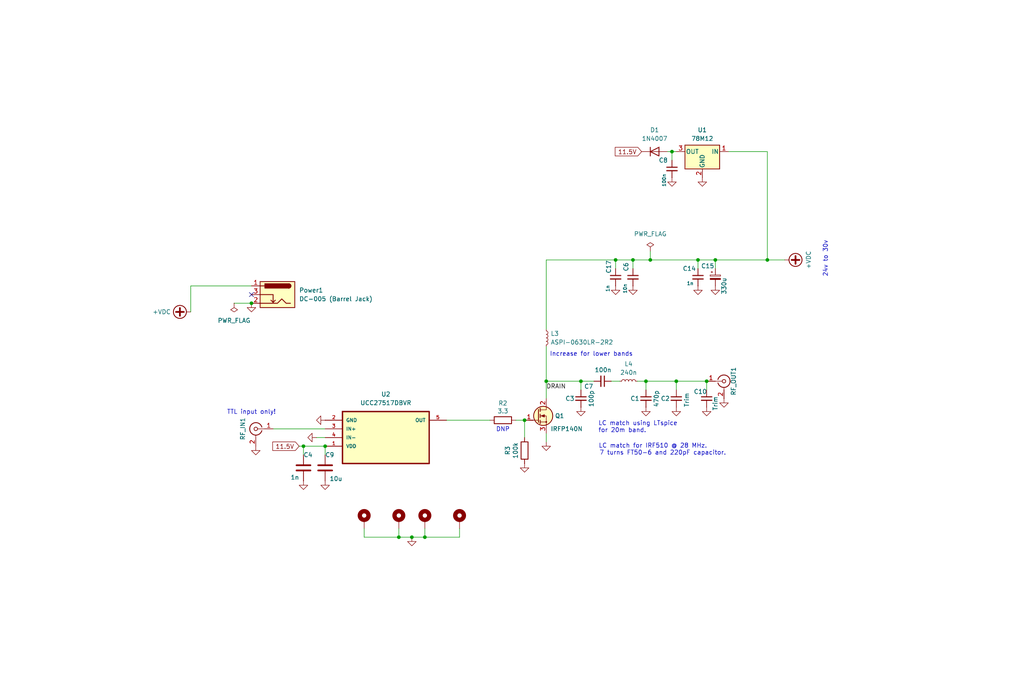
<source format=kicad_sch>
(kicad_sch (version 20231120) (generator "eeschema") (generator_version "8.0")
  (paper "User" 299.999 200)
  (title_block (title "IRFP-TO-247-Single-Ended Hack Amp") (date "2024-02-23") (company "Author: Dhiru Kholia (VU3CER), Rafał Rozestwiński"))
  (lib_symbols
    (symbol "Conn_Coaxial_1" (pin_names (offset 1.016) hide)
      (property "Reference" "J" (at 0.254 3.048 0))
      (property "Value" "Conn_Coaxial" (at 2.921 0 90))
      (symbol "Conn_Coaxial_1_0_1"
        (arc (start -1.778 -0.508) (mid 0.2311 -1.8066) (end 1.778 0) (stroke (width 0.254)))
        (polyline (pts (xy -2.54 0) (xy -0.508 0)))
        (polyline (pts (xy 0 -2.54) (xy 0 -1.778)))
        (circle (center 0 0) (radius 0.508) (stroke (width 0.2032)))
        (arc (start 1.778 0) (mid 0.2099 1.8101) (end -1.778 0.508) (stroke (width 0.254)))
      )
      (symbol "Conn_Coaxial_1_1_1"
        (pin passive line (at -5.08 0 0) (length 2.54) (name "In") (number "1"))
        (pin passive line (at 0 -5.08 90) (length 2.54) (name "Ext") (number "2"))
      )
    )
    (symbol "Connector:Barrel_Jack_Switch" (pin_names hide)
      (property "Reference" "J" (at 0 5.334 0))
      (property "Value" "Barrel_Jack_Switch" (at 0 -5.08 0))
      (symbol "Barrel_Jack_Switch_0_1"
        (rectangle (start -5.08 3.81) (end 5.08 -3.81) (stroke (width 0.254)) (fill (type background)))
        (arc (start -3.302 3.175) (mid -3.9343 2.54) (end -3.302 1.905) (stroke (width 0.254)))
        (arc (start -3.302 3.175) (mid -3.9343 2.54) (end -3.302 1.905) (stroke (width 0.254)) (fill (type outline)))
        (polyline (pts (xy 1.27 -2.286) (xy 1.905 -1.651)) (stroke (width 0.254)))
        (polyline (pts (xy 5.08 2.54) (xy 3.81 2.54)) (stroke (width 0.254)))
        (polyline (pts (xy 5.08 0) (xy 1.27 0) (xy 1.27 -2.286) (xy 0.635 -1.651)) (stroke (width 0.254)))
        (polyline (pts (xy -3.81 -2.54) (xy -2.54 -2.54) (xy -1.27 -1.27) (xy 0 -2.54) (xy 2.54 -2.54) (xy 5.08 -2.54)) (stroke (width 0.254)))
        (rectangle (start 3.683 3.175) (end -3.302 1.905) (stroke (width 0.254)) (fill (type outline)))
      )
      (symbol "Barrel_Jack_Switch_1_1"
        (pin passive line (at 7.62 2.54 180) (length 2.54) (name "~") (number "1"))
        (pin passive line (at 7.62 -2.54 180) (length 2.54) (name "~") (number "2"))
        (pin passive line (at 7.62 0 180) (length 2.54) (name "~") (number "3"))
      )
    )
    (symbol "Connector:Conn_Coaxial" (pin_names (offset 1.016) hide)
      (property "Reference" "J" (at 0.254 3.048 0))
      (property "Value" "Conn_Coaxial" (at 2.921 0 90))
      (symbol "Conn_Coaxial_0_1"
        (arc (start -1.778 -0.508) (mid 0.2311 -1.8066) (end 1.778 0) (stroke (width 0.254)))
        (polyline (pts (xy -2.54 0) (xy -0.508 0)))
        (polyline (pts (xy 0 -2.54) (xy 0 -1.778)))
        (circle (center 0 0) (radius 0.508) (stroke (width 0.2032)))
        (arc (start 1.778 0) (mid 0.2099 1.8101) (end -1.778 0.508) (stroke (width 0.254)))
      )
      (symbol "Conn_Coaxial_1_1"
        (pin passive line (at -5.08 0 0) (length 2.54) (name "In") (number "1"))
        (pin passive line (at 0 -5.08 90) (length 2.54) (name "Ext") (number "2"))
      )
    )
    (symbol "Device:C" (pin_numbers hide) (pin_names (offset 0.254))
      (property "Reference" "C" (at 0.635 2.54 0))
      (property "Value" "C" (at 0.635 -2.54 0))
      (symbol "C_0_1"
        (polyline (pts (xy -2.032 -0.762) (xy 2.032 -0.762)) (stroke (width 0.508)))
        (polyline (pts (xy -2.032 0.762) (xy 2.032 0.762)) (stroke (width 0.508)))
      )
      (symbol "C_1_1"
        (pin passive line (at 0 3.81 270) (length 2.794) (name "~") (number "1"))
        (pin passive line (at 0 -3.81 90) (length 2.794) (name "~") (number "2"))
      )
    )
    (symbol "Device:C_Polarized_Small" (pin_numbers hide) (pin_names (offset 0.254) hide)
      (property "Reference" "C" (at 0.254 1.778 0))
      (property "Value" "C_Polarized_Small" (at 0.254 -2.032 0))
      (symbol "C_Polarized_Small_0_1"
        (rectangle (start -1.524 -0.3048) (end 1.524 -0.6858) (fill (type outline)))
        (rectangle (start -1.524 0.6858) (end 1.524 0.3048))
        (polyline (pts (xy -1.27 1.524) (xy -0.762 1.524)))
        (polyline (pts (xy -1.016 1.27) (xy -1.016 1.778)))
      )
      (symbol "C_Polarized_Small_1_1"
        (pin passive line (at 0 2.54 270) (length 1.8542) (name "~") (number "1"))
        (pin passive line (at 0 -2.54 90) (length 1.8542) (name "~") (number "2"))
      )
    )
    (symbol "Device:C_Small" (pin_numbers hide) (pin_names (offset 0.254) hide)
      (property "Reference" "C" (at 0.254 1.778 0))
      (property "Value" "C_Small" (at 0.254 -2.032 0))
      (symbol "C_Small_0_1"
        (polyline (pts (xy -1.524 -0.508) (xy 1.524 -0.508)) (stroke (width 0.3302)))
        (polyline (pts (xy -1.524 0.508) (xy 1.524 0.508)) (stroke (width 0.3048)))
      )
      (symbol "C_Small_1_1"
        (pin passive line (at 0 2.54 270) (length 2.032) (name "~") (number "1"))
        (pin passive line (at 0 -2.54 90) (length 2.032) (name "~") (number "2"))
      )
    )
    (symbol "Device:L_Small" (pin_numbers hide) (pin_names (offset 0.254) hide)
      (property "Reference" "L" (at 0.762 1.016 0))
      (property "Value" "L_Small" (at 0.762 -1.016 0))
      (symbol "L_Small_0_1"
        (arc (start 0 -2.032) (mid 0.5058 -1.524) (end 0 -1.016))
        (arc (start 0 -1.016) (mid 0.5058 -0.508) (end 0 0))
        (arc (start 0 0) (mid 0.5058 0.508) (end 0 1.016))
        (arc (start 0 1.016) (mid 0.5058 1.524) (end 0 2.032))
      )
      (symbol "L_Small_1_1"
        (pin passive line (at 0 2.54 270) (length 0.508) (name "~") (number "1"))
        (pin passive line (at 0 -2.54 90) (length 0.508) (name "~") (number "2"))
      )
    )
    (symbol "Device:R" (pin_numbers hide) (pin_names (offset 0))
      (property "Reference" "R" (at 2.032 0 90))
      (property "Value" "R" (at 0 0 90))
      (symbol "R_0_1"
        (rectangle (start -1.016 -2.54) (end 1.016 2.54) (stroke (width 0.254)))
      )
      (symbol "R_1_1"
        (pin passive line (at 0 3.81 270) (length 1.27) (name "~") (number "1"))
        (pin passive line (at 0 -3.81 90) (length 1.27) (name "~") (number "2"))
      )
    )
    (symbol "Diode:1N4007" (pin_numbers hide) (pin_names hide)
      (property "Reference" "D" (at 0 2.54 0))
      (property "Value" "1N4007" (at 0 -2.54 0))
      (symbol "1N4007_0_1"
        (polyline (pts (xy -1.27 1.27) (xy -1.27 -1.27)) (stroke (width 0.254)))
        (polyline (pts (xy 1.27 0) (xy -1.27 0)))
        (polyline (pts (xy 1.27 1.27) (xy 1.27 -1.27) (xy -1.27 0) (xy 1.27 1.27)) (stroke (width 0.254)))
      )
      (symbol "1N4007_1_1"
        (pin passive line (at -3.81 0 0) (length 2.54) (name "K") (number "1"))
        (pin passive line (at 3.81 0 180) (length 2.54) (name "A") (number "2"))
      )
    )
    (symbol "Mechanical:MountingHole_Pad" (pin_numbers hide) (pin_names (offset 1.016) hide)
      (property "Reference" "H" (at 0 6.35 0))
      (property "Value" "MountingHole_Pad" (at 0 4.445 0))
      (symbol "MountingHole_Pad_0_1"
        (circle (center 0 1.27) (radius 1.27) (stroke (width 1.27)))
      )
      (symbol "MountingHole_Pad_1_1"
        (pin input line (at 0 -2.54 90) (length 2.54) (name "1") (number "1"))
      )
    )
    (symbol "PCM_Transistor_MOSFET_AKL:IRFP140N" (pin_names hide)
      (property "Reference" "Q" (at 5.08 1.27 0))
      (property "Value" "IRFP140N" (at 5.08 -1.27 0))
      (symbol "IRFP140N_0_1"
        (polyline (pts (xy 0.254 -1.27) (xy -2.54 -1.27)))
        (polyline (pts (xy 0.254 1.905) (xy 0.254 -1.905)) (stroke (width 0.254)))
        (polyline (pts (xy 0.762 -1.778) (xy 2.54 -1.778)))
        (polyline (pts (xy 0.762 -1.27) (xy 0.762 -2.286)) (stroke (width 0.254)))
        (polyline (pts (xy 0.762 0.508) (xy 0.762 -0.508)) (stroke (width 0.254)))
        (polyline (pts (xy 0.762 2.286) (xy 0.762 1.27)) (stroke (width 0.254)))
        (polyline (pts (xy 2.54 1.778) (xy 0.762 1.778)))
        (polyline (pts (xy 2.54 2.54) (xy 2.54 1.778)))
        (polyline (pts (xy 2.54 -2.54) (xy 2.54 0) (xy 0.762 0)))
        (polyline (pts (xy 1.016 0) (xy 2.032 0.381) (xy 2.032 -0.381) (xy 1.016 0)) (fill (type outline)))
        (circle (center 1.651 0) (radius 2.794) (stroke (width 0.254)) (fill (type background)))
        (circle (center 2.54 -1.778) (radius 0.1778) (fill (type outline)))
      )
      (symbol "IRFP140N_1_1"
        (pin input line (at -3.81 -1.27 0) (length 2.54) (name "G") (number "1"))
        (pin passive line (at 2.54 5.08 270) (length 2.54) (name "D") (number "2"))
        (pin passive line (at 2.54 -5.08 90) (length 2.54) (name "S") (number "3"))
      )
    )
    (symbol "Regulator_Linear:L7812" (pin_names (offset 0.254))
      (property "Reference" "U" (at -3.81 3.175 0))
      (property "Value" "L7812" (at 0 3.175 0))
      (symbol "L7812_0_1"
        (rectangle (start -5.08 1.905) (end 5.08 -5.08) (stroke (width 0.254)) (fill (type background)))
      )
      (symbol "L7812_1_1"
        (pin power_in line (at -7.62 0 0) (length 2.54) (name "IN") (number "1"))
        (pin power_in line (at 0 -7.62 90) (length 2.54) (name "GND") (number "2"))
        (pin power_out line (at 7.62 0 180) (length 2.54) (name "OUT") (number "3"))
      )
    )
    (symbol "UCC27517DBVR:UCC27517DBVR" (pin_names (offset 1.016))
      (property "Reference" "U" (at -12.7 8.62 0))
      (property "Value" "UCC27517DBVR" (at -12.7 -11.62 0))
      (symbol "UCC27517DBVR_0_0"
        (rectangle (start -12.7 -7.62) (end 12.7 7.62) (stroke (width 0.41)) (fill (type background)))
        (pin input line (at -17.78 -2.54 0) (length 5.08) (name "VDD") (number "1"))
        (pin input line (at -17.78 5.08 0) (length 5.08) (name "GND") (number "2"))
        (pin input line (at -17.78 2.54 0) (length 5.08) (name "IN+") (number "3"))
        (pin input line (at -17.78 0 0) (length 5.08) (name "IN-") (number "4"))
        (pin output line (at 17.78 5.08 180) (length 5.08) (name "OUT") (number "5"))
      )
    )
    (symbol "power:+VDC" (power) (pin_numbers hide) (pin_names (offset 0) hide)
      (property "Value" "+VDC" (at 0 6.35 0))
      (symbol "+VDC_0_1"
        (polyline (pts (xy -1.143 3.175) (xy 1.143 3.175)) (stroke (width 0.508)))
        (polyline (pts (xy 0 0) (xy 0 1.27)))
        (polyline (pts (xy 0 2.032) (xy 0 4.318)) (stroke (width 0.508)))
        (circle (center 0 3.175) (radius 1.905) (stroke (width 0.254)))
      )
      (symbol "+VDC_1_1"
        (pin power_in line (at 0 0 90) (length 0) (name "~") (number "1"))
      )
    )
    (symbol "power:GND" (power) (pin_numbers hide) (pin_names (offset 0) hide)
      (property "Value" "GND" (at 0 -3.81 0))
      (symbol "GND_0_1"
        (polyline (pts (xy 0 0) (xy 0 -1.27) (xy 1.27 -1.27) (xy 0 -2.54) (xy -1.27 -1.27) (xy 0 -1.27)))
      )
      (symbol "GND_1_1"
        (pin power_in line (at 0 0 270) (length 0) (name "~") (number "1"))
      )
    )
    (symbol "power:PWR_FLAG" (power) (pin_numbers hide) (pin_names (offset 0) hide)
      (property "Value" "PWR_FLAG" (at 0 3.81 0))
      (symbol "PWR_FLAG_0_0"
        (pin power_out line (at 0 0 90) (length 0) (name "~") (number "1"))
      )
      (symbol "PWR_FLAG_0_1"
        (polyline (pts (xy 0 0) (xy 0 1.27) (xy -1.016 1.905) (xy 0 2.54) (xy 1.016 1.905) (xy 0 1.27)))
      )
    )
  )
  (junction (at 189.23 111.76))
  (junction (at 204.47 76.2))
  (junction (at 73.66 88.9))
  (junction (at 153.67 123.19))
  (junction (at 190.5 76.2))
  (junction (at 116.84 157.48))
  (junction (at 185.42 76.2))
  (junction (at 124.46 157.48))
  (junction (at 170.18 111.76))
  (junction (at 180.34 76.2))
  (junction (at 88.9 130.81))
  (junction (at 207.01 111.76))
  (junction (at 224.79 76.2))
  (junction (at 198.12 111.76))
  (junction (at 95.25 130.81))
  (junction (at 160.02 111.76))
  (junction (at 120.65 157.48))
  (junction (at 209.55 76.2))
  (junction (at 196.85 44.45))
  (no_connect (at 73.66 86.36))
  (wire (pts (xy 160.02 76.2) (xy 180.34 76.2)))
  (wire (pts (xy 198.12 111.76) (xy 207.01 111.76)))
  (wire (pts (xy 204.47 76.2) (xy 209.55 76.2)))
  (wire (pts (xy 179.07 111.76) (xy 181.61 111.76)))
  (wire (pts (xy 134.62 157.48) (xy 134.62 154.94)))
  (wire (pts (xy 151.13 123.19) (xy 153.67 123.19)))
  (wire (pts (xy 224.79 44.45) (xy 224.79 76.2)))
  (wire (pts (xy 207.01 111.76) (xy 207.01 114.3)))
  (wire (pts (xy 180.34 76.2) (xy 185.42 76.2)))
  (wire (pts (xy 153.67 128.27) (xy 153.67 123.19)))
  (wire (pts (xy 185.42 76.2) (xy 185.42 78.74)))
  (wire (pts (xy 209.55 76.2) (xy 209.55 78.74)))
  (wire (pts (xy 55.88 83.82) (xy 55.88 91.44)))
  (wire (pts (xy 170.18 111.76) (xy 173.99 111.76)))
  (wire (pts (xy 55.88 83.82) (xy 73.66 83.82)))
  (wire (pts (xy 80.01 125.73) (xy 95.25 125.73)))
  (wire (pts (xy 160.02 76.2) (xy 160.02 96.52)))
  (wire (pts (xy 106.68 157.48) (xy 116.84 157.48)))
  (wire (pts (xy 160.02 111.76) (xy 160.02 116.84)))
  (wire (pts (xy 130.81 123.19) (xy 143.51 123.19)))
  (wire (pts (xy 160.02 129.54) (xy 160.02 127)))
  (wire (pts (xy 180.34 76.2) (xy 180.34 78.74)))
  (wire (pts (xy 190.5 76.2) (xy 204.47 76.2)))
  (wire (pts (xy 116.84 154.94) (xy 116.84 157.48)))
  (wire (pts (xy 196.85 44.45) (xy 198.12 44.45)))
  (wire (pts (xy 189.23 111.76) (xy 198.12 111.76)))
  (wire (pts (xy 88.9 130.81) (xy 88.9 133.35)))
  (wire (pts (xy 224.79 76.2) (xy 229.87 76.2)))
  (wire (pts (xy 106.68 154.94) (xy 106.68 157.48)))
  (wire (pts (xy 160.02 111.76) (xy 170.18 111.76)))
  (wire (pts (xy 185.42 76.2) (xy 190.5 76.2)))
  (wire (pts (xy 68.58 88.9) (xy 73.66 88.9)))
  (wire (pts (xy 196.85 44.45) (xy 196.85 46.99)))
  (wire (pts (xy 87.63 130.81) (xy 88.9 130.81)))
  (wire (pts (xy 186.69 111.76) (xy 189.23 111.76)))
  (wire (pts (xy 198.12 111.76) (xy 198.12 114.3)))
  (wire (pts (xy 88.9 130.81) (xy 95.25 130.81)))
  (wire (pts (xy 120.65 157.48) (xy 124.46 157.48)))
  (wire (pts (xy 124.46 157.48) (xy 134.62 157.48)))
  (wire (pts (xy 170.18 111.76) (xy 170.18 114.3)))
  (wire (pts (xy 209.55 76.2) (xy 224.79 76.2)))
  (wire (pts (xy 95.25 130.81) (xy 95.25 133.35)))
  (wire (pts (xy 92.71 128.27) (xy 95.25 128.27)))
  (wire (pts (xy 116.84 157.48) (xy 120.65 157.48)))
  (wire (pts (xy 189.23 111.76) (xy 189.23 114.3)))
  (wire (pts (xy 195.58 44.45) (xy 196.85 44.45)))
  (wire (pts (xy 190.5 73.66) (xy 190.5 76.2)))
  (wire (pts (xy 160.02 101.6) (xy 160.02 111.76)))
  (wire (pts (xy 213.36 44.45) (xy 224.79 44.45)))
  (wire (pts (xy 204.47 76.2) (xy 204.47 78.74)))
  (wire (pts (xy 124.46 154.94) (xy 124.46 157.48)))
  (text "DNP" (at 147.32 125.984 0) (effects (font (size 1.27 1.27))))
  (text "TTL input only!" (at 73.66 120.904 0) (effects (font (size 1.27 1.27))))
  (text "LC match for IRF510 @ 28 MHz.\n      7 turns FT50-6 and 220pF capacitor." (at 191.262 131.826 0) (effects (font (size 1.27 1.27))))
  (text "LC match using LTspice\nfor 20m band." (at 175.26 127 0) (effects (font (size 1.27 1.27)) (justify left bottom)))
  (text "24v to 30v" (at 242.57 81.28 90) (effects (font (size 1.27 1.27)) (justify left bottom)))
  (text "Increase for lower bands" (at 173.228 103.886 0) (effects (font (size 1.27 1.27))))
  (label "DRAIN" (at 160.02 114.3 0))
  (global_label "11.5V" (shape input) (at 87.63 130.81 180) (property "Intersheetrefs" "${INTERSHEET_REFS}" (effects (hide yes))))
  (global_label "11.5V" (shape input) (at 187.96 44.45 180) (property "Intersheetrefs" "${INTERSHEET_REFS}" (effects (hide yes))))
  (symbol (lib_id "Device:C_Small") (at 176.53 111.76 270) (unit 1)
    (property "Reference" "C7" (at 172.466 113.284 90))
    (property "Value" "100n" (at 176.657 108.458 90))
    (property "Footprint" "Capacitor_SMD:C_1206_3216Metric_Pad1.33x1.80mm_HandSolder" (effects (hide yes)))
  )
  (symbol (lib_id "power:+VDC") (at 55.88 91.44 90) (unit 1)
    (property "Reference" "#PWR0110" (effects (hide yes)))
    (property "Value" "+VDC" (at 50.0634 91.44 90) (effects (justify left)))
    (property "Description" "Power symbol creates a global label with name \"+VDC\"" (effects (hide yes)))
  )
  (symbol (lib_id "Device:C_Small") (at 185.42 81.28 0) (unit 1)
    (property "Reference" "C6" (at 183.388 78.232 90))
    (property "Value" "10n" (at 183.134 84.582 90) (effects (font (size 0.9906 0.9906))))
    (property "Footprint" "Capacitor_SMD:C_1206_3216Metric_Pad1.33x1.80mm_HandSolder" (effects (hide yes)))
  )
  (symbol (lib_id "power:PWR_FLAG") (at 190.5 73.66 0) (unit 1)
    (property "Reference" "#FLG01" (effects (hide yes)))
    (property "Value" "PWR_FLAG" (at 190.5 68.58 0))
    (property "Description" "Special symbol for telling ERC where power comes from" (effects (hide yes)))
  )
  (symbol (lib_id "Diode:1N4007") (at 191.77 44.45 0) (unit 1)
    (property "Reference" "D1" (at 191.77 38.1 0))
    (property "Value" "1N4007" (at 191.77 40.64 0))
    (property "Footprint" "Diode_THT:D_DO-41_SOD81_P2.54mm_Vertical_KathodeUp" (effects (hide yes)))
    (property "Datasheet" "http://www.vishay.com/docs/88503/1n4001.pdf" (effects (hide yes)))
    (property "Description" "1000V 1A General Purpose Rectifier Diode, DO-41" (effects (hide yes)))
    (property "Sim.Device" "D" (effects (hide yes)))
    (property "Sim.Pins" "1=K 2=A" (effects (hide yes)))
  )
  (symbol (lib_id "power:+VDC") (at 229.87 76.2 270) (unit 1)
    (property "Reference" "#PWR014" (effects (hide yes)))
    (property "Value" "+VDC" (at 236.855 76.2 0))
    (property "Description" "Power symbol creates a global label with name \"+VDC\"" (effects (hide yes)))
  )
  (symbol (lib_id "Device:C") (at 88.9 137.16 0) (unit 1)
    (property "Reference" "C4" (at 88.9 133.35 0) (effects (justify left)))
    (property "Value" "1n" (at 85.09 139.954 0) (effects (justify left)))
    (property "Footprint" "Capacitor_SMD:C_1206_3216Metric_Pad1.33x1.80mm_HandSolder" (effects (hide yes)))
  )
  (symbol (lib_id "Device:C_Polarized_Small") (at 209.55 81.28 0) (unit 1)
    (property "Reference" "C15" (at 205.359 77.978 0) (effects (justify left)))
    (property "Value" "330u" (at 212.09 86.36 90) (effects (justify left)))
    (property "Footprint" "Capacitor_THT:CP_Radial_D8.0mm_P5.00mm" (effects (hide yes)))
  )
  (symbol (lib_id "Device:C_Small") (at 204.47 81.28 0) (unit 1)
    (property "Reference" "C14" (at 201.93 78.74 0))
    (property "Value" "1n" (at 202.184 83.058 0) (effects (font (size 0.9906 0.9906))))
    (property "Footprint" "Capacitor_SMD:C_1206_3216Metric_Pad1.33x1.80mm_HandSolder" (effects (hide yes)))
  )
  (symbol (lib_id "power:GND") (at 88.9 140.97 0) (unit 1)
    (property "Reference" "#PWR03" (effects (hide yes)))
    (property "Value" "GND" (effects (hide yes)))
    (property "Description" "Power symbol creates a global label with name \"GND\" , ground" (effects (hide yes)))
  )
  (symbol (lib_id "power:GND") (at 196.85 52.07 0) (unit 1)
    (property "Reference" "#PWR07" (effects (hide yes)))
    (property "Value" "GND" (effects (hide yes)))
    (property "Description" "Power symbol creates a global label with name \"GND\" , ground" (effects (hide yes)))
  )
  (symbol (lib_id "Device:R") (at 147.32 123.19 270) (unit 1)
    (property "Reference" "R2" (at 147.32 118.2116 90))
    (property "Value" "3.3" (at 147.32 120.523 90))
    (property "Footprint" "Resistor_SMD:R_1206_3216Metric_Pad1.30x1.75mm_HandSolder" (effects (hide yes)))
  )
  (symbol (lib_id "UCC27517DBVR:UCC27517DBVR") (at 113.03 128.27 0) (unit 1)
    (property "Reference" "U2" (at 113.03 115.57 0))
    (property "Value" "UCC27517DBVR" (at 113.03 118.11 0))
    (property "Footprint" "Package_TO_SOT_SMD:SOT-23-5_HandSoldering" (effects (hide yes)))
    (property "Description" "\n4-A/4-A single-channel gate driver with 5-V UVLO and 13-ns prop delay in SOT-23 package\n" (effects (hide yes)))
    (property "MF" "Texas Instruments" (effects (hide yes)))
    (property "Package" "SOT-23-5 Texas Instruments" (effects (hide yes)))
    (property "Price" "None" (effects (hide yes)))
    (property "SnapEDA_Link" "https://www.snapeda.com/parts/UCC27517DBVR/Texas+Instruments/view-part/?ref=snap" (effects (hide yes)))
    (property "MP" "UCC27517DBVR" (effects (hide yes)))
    (property "Purchase-URL" "https://pricing.snapeda.com/search?q=UCC27517DBVR&ref=eda" (effects (hide yes)))
    (property "Availability" "In Stock" (effects (hide yes)))
    (property "Check_prices" "https://www.snapeda.com/parts/UCC27517DBVR/Texas+Instruments/view-part/?ref=eda" (effects (hide yes)))
    (property "Description_1" "\n4-A/4-A single-channel gate driver with 5-V UVLO and 13-ns prop delay in SOT-23 package\n" (effects (hide yes)))
  )
  (symbol (lib_id "power:GND") (at 212.09 116.84 0) (mirror y) (unit 1)
    (property "Reference" "#PWR04" (effects (hide yes)))
    (property "Value" "GND" (effects (hide yes)))
    (property "Description" "Power symbol creates a global label with name \"GND\" , ground" (effects (hide yes)))
  )
  (symbol (lib_id "power:GND") (at 170.18 119.38 0) (mirror y) (unit 1)
    (property "Reference" "#PWR015" (effects (hide yes)))
    (property "Value" "GND" (effects (hide yes)))
    (property "Description" "Power symbol creates a global label with name \"GND\" , ground" (effects (hide yes)))
  )
  (symbol (lib_id "power:GND") (at 73.66 88.9 0) (unit 1)
    (property "Reference" "#PWR019" (effects (hide yes)))
    (property "Value" "GND" (effects (hide yes)))
    (property "Description" "Power symbol creates a global label with name \"GND\" , ground" (effects (hide yes)))
  )
  (symbol (lib_name "Conn_Coaxial_1") (lib_id "Connector:Conn_Coaxial") (at 212.09 111.76 0) (unit 1)
    (property "Reference" "RF_OUT1" (at 214.884 111.76 90))
    (property "Value" "SMA" (effects (hide yes)))
    (property "Footprint" "Connector_Coaxial:SMA_Samtec_SMA-J-P-X-ST-EM1_EdgeMount" (effects (hide yes)))
    (property "Datasheet" " ~" (effects (hide yes)))
    (property "Description" "coaxial connector (BNC, SMA, SMB, SMC, Cinch/RCA, LEMO, ...)" (effects (hide yes)))
  )
  (symbol (lib_id "Regulator_Linear:L7812") (at 205.74 44.45 0) (mirror y) (unit 1)
    (property "Reference" "U1" (at 205.74 38.1 0))
    (property "Value" "78M12" (at 205.74 40.64 0))
    (property "Footprint" "footprints:TO-252-2-Longer" (effects (hide yes)))
    (property "Datasheet" "http://www.st.com/content/ccc/resource/technical/document/datasheet/41/4f/b3/b0/12/d4/47/88/CD00000444.pdf/files/CD00000444.pdf/jcr:content/translations/en.CD00000444.pdf" (effects (hide yes)))
  )
  (symbol (lib_id "power:GND") (at 95.25 140.97 0) (unit 1)
    (property "Reference" "#PWR011" (effects (hide yes)))
    (property "Value" "GND" (effects (hide yes)))
    (property "Description" "Power symbol creates a global label with name \"GND\" , ground" (effects (hide yes)))
  )
  (symbol (lib_id "Device:R") (at 153.67 132.08 0) (unit 1)
    (property "Reference" "R3" (at 148.6916 132.08 90))
    (property "Value" "100k" (at 151.003 132.08 90))
    (property "Footprint" "Resistor_SMD:R_1206_3216Metric_Pad1.30x1.75mm_HandSolder" (effects (hide yes)))
  )
  (symbol (lib_id "power:GND") (at 74.93 130.81 0) (unit 1)
    (property "Reference" "#PWR08" (effects (hide yes)))
    (property "Value" "GND" (effects (hide yes)))
    (property "Description" "Power symbol creates a global label with name \"GND\" , ground" (effects (hide yes)))
  )
  (symbol (lib_id "Connector:Conn_Coaxial") (at 74.93 125.73 0) (mirror y) (unit 1)
    (property "Reference" "RF_IN1" (at 71.12 125.73 90))
    (property "Value" "SMA" (effects (hide yes)))
    (property "Footprint" "Connector_Coaxial:SMA_Samtec_SMA-J-P-X-ST-EM1_EdgeMount" (effects (hide yes)))
    (property "Datasheet" " ~" (effects (hide yes)))
    (property "Description" "coaxial connector (BNC, SMA, SMB, SMC, Cinch/RCA, LEMO, ...)" (effects (hide yes)))
  )
  (symbol (lib_id "Device:L_Small") (at 184.15 111.76 90) (unit 1)
    (property "Reference" "L4" (at 184.15 106.68 90))
    (property "Value" "240n" (at 184.15 109.22 90))
    (property "Footprint" "Inductor_THT:L_Toroid_Vertical_L10.0mm_W5.0mm_P5.08mm" (effects (hide yes)))
  )
  (symbol (lib_id "Device:L_Small") (at 160.02 99.06 0) (unit 1)
    (property "Reference" "L3" (at 161.29 97.7899 0) (effects (justify left)))
    (property "Value" "ASPI-0630LR-2R2" (at 161.29 100.3299 0) (effects (justify left)))
    (property "Footprint" "Inductor_SMD:L_7.3x7.3_H3.5" (effects (hide yes)))
  )
  (symbol (lib_id "Device:C") (at 95.25 137.16 0) (unit 1)
    (property "Reference" "C9" (at 95.25 133.35 0) (effects (justify left)))
    (property "Value" "10u" (at 96.52 140.335 0) (effects (justify left)))
    (property "Footprint" "Capacitor_SMD:C_1206_3216Metric_Pad1.33x1.80mm_HandSolder" (effects (hide yes)))
  )
  (symbol (lib_id "Mechanical:MountingHole_Pad") (at 124.46 152.4 0) (unit 1)
    (property "Reference" "H3" (effects (hide yes)))
    (property "Value" "MountingHole_Pad" (effects (hide yes)))
    (property "Footprint" "MountingHole:MountingHole_3.2mm_M3_Pad_Via" (effects (hide yes)))
  )
  (symbol (lib_id "power:GND") (at 198.12 119.38 0) (mirror y) (unit 1)
    (property "Reference" "#PWR05" (effects (hide yes)))
    (property "Value" "GND" (effects (hide yes)))
    (property "Description" "Power symbol creates a global label with name \"GND\" , ground" (effects (hide yes)))
  )
  (symbol (lib_id "power:GND") (at 209.55 83.82 0) (unit 1)
    (property "Reference" "#PWR013" (effects (hide yes)))
    (property "Value" "GND" (effects (hide yes)))
    (property "Description" "Power symbol creates a global label with name \"GND\" , ground" (effects (hide yes)))
  )
  (symbol (lib_id "Device:C_Small") (at 170.18 116.84 0) (unit 1)
    (property "Reference" "C3" (at 165.608 116.84 0) (effects (justify left)))
    (property "Value" "100p" (at 173.228 119.38 90) (effects (justify left)))
    (property "Footprint" "Capacitor_SMD:C_1206_3216Metric_Pad1.33x1.80mm_HandSolder" (effects (hide yes)))
    (property "Sim.Device" "SPICE" (effects (hide yes)))
    (property "Sim.Params" "type=\"\" model=\"100n\" lib=\"\"" (effects (hide yes)))
    (property "Sim.Pins" "1=1 2=2" (effects (hide yes)))
  )
  (symbol (lib_id "Device:C_Small") (at 189.23 116.84 0) (unit 1)
    (property "Reference" "C1" (at 184.658 116.84 0) (effects (justify left)))
    (property "Value" "470p" (at 192.278 119.38 90) (effects (justify left)))
    (property "Footprint" "Capacitor_SMD:C_1206_3216Metric_Pad1.33x1.80mm_HandSolder" (effects (hide yes)))
    (property "Sim.Device" "SPICE" (effects (hide yes)))
    (property "Sim.Params" "type=\"\" model=\"100n\" lib=\"\"" (effects (hide yes)))
    (property "Sim.Pins" "1=1 2=2" (effects (hide yes)))
  )
  (symbol (lib_id "Device:C_Small") (at 180.34 81.28 0) (unit 1)
    (property "Reference" "C17" (at 178.308 78.232 90))
    (property "Value" "1n" (at 178.054 84.582 90) (effects (font (size 0.9906 0.9906))))
    (property "Footprint" "Capacitor_SMD:C_1206_3216Metric_Pad1.33x1.80mm_HandSolder" (effects (hide yes)))
  )
  (symbol (lib_id "power:GND") (at 92.71 128.27 270) (unit 1)
    (property "Reference" "#PWR09" (effects (hide yes)))
    (property "Value" "GND" (effects (hide yes)))
    (property "Description" "Power symbol creates a global label with name \"GND\" , ground" (effects (hide yes)))
  )
  (symbol (lib_id "Mechanical:MountingHole_Pad") (at 116.84 152.4 0) (unit 1)
    (property "Reference" "H2" (effects (hide yes)))
    (property "Value" "MountingHole_Pad" (effects (hide yes)))
    (property "Footprint" "MountingHole:MountingHole_3.2mm_M3_Pad_Via" (effects (hide yes)))
  )
  (symbol (lib_id "Device:C_Small") (at 198.12 116.84 0) (unit 1)
    (property "Reference" "C2" (at 193.548 116.84 0) (effects (justify left)))
    (property "Value" "Trim" (at 201.168 119.38 90) (effects (justify left)))
    (property "Footprint" "Capacitor_SMD:C_1206_3216Metric_Pad1.33x1.80mm_HandSolder" (effects (hide yes)))
    (property "Sim.Device" "SPICE" (effects (hide yes)))
    (property "Sim.Params" "type=\"\" model=\"100n\" lib=\"\"" (effects (hide yes)))
    (property "Sim.Pins" "1=1 2=2" (effects (hide yes)))
  )
  (symbol (lib_id "power:GND") (at 120.65 157.48 0) (unit 1)
    (property "Reference" "#PWR01" (effects (hide yes)))
    (property "Value" "GND" (effects (hide yes)))
    (property "Description" "Power symbol creates a global label with name \"GND\" , ground" (effects (hide yes)))
  )
  (symbol (lib_id "power:GND") (at 95.25 123.19 270) (unit 1)
    (property "Reference" "#PWR010" (effects (hide yes)))
    (property "Value" "GND" (effects (hide yes)))
    (property "Description" "Power symbol creates a global label with name \"GND\" , ground" (effects (hide yes)))
  )
  (symbol (lib_id "power:PWR_FLAG") (at 68.58 88.9 180) (unit 1)
    (property "Reference" "#FLG03" (effects (hide yes)))
    (property "Value" "PWR_FLAG" (at 68.58 93.98 0))
    (property "Description" "Special symbol for telling ERC where power comes from" (effects (hide yes)))
  )
  (symbol (lib_id "power:GND") (at 207.01 119.38 0) (mirror y) (unit 1)
    (property "Reference" "#PWR017" (effects (hide yes)))
    (property "Value" "GND" (effects (hide yes)))
    (property "Description" "Power symbol creates a global label with name \"GND\" , ground" (effects (hide yes)))
  )
  (symbol (lib_id "Mechanical:MountingHole_Pad") (at 134.62 152.4 0) (mirror y) (unit 1)
    (property "Reference" "H4" (effects (hide yes)))
    (property "Value" "MountingHole_Pad" (effects (hide yes)))
    (property "Footprint" "MountingHole:MountingHole_3.2mm_M3_Pad_Via" (effects (hide yes)))
  )
  (symbol (lib_id "power:GND") (at 160.02 129.54 0) (unit 1)
    (property "Reference" "#PWR0116" (effects (hide yes)))
    (property "Value" "GND" (effects (hide yes)))
    (property "Description" "Power symbol creates a global label with name \"GND\" , ground" (effects (hide yes)))
  )
  (symbol (lib_id "Connector:Barrel_Jack_Switch") (at 81.28 86.36 0) (mirror y) (unit 1)
    (property "Reference" "Power1" (at 87.63 85.0899 0) (effects (justify right)))
    (property "Value" "DC-005 (Barrel Jack)" (at 87.63 87.6299 0) (effects (justify right)))
    (property "Footprint" "footprints:XKB_DC-005-5A-2.0_Modded" (effects (hide yes)))
  )
  (symbol (lib_id "power:GND") (at 205.74 52.07 0) (unit 1)
    (property "Reference" "#PWR06" (effects (hide yes)))
    (property "Value" "GND" (effects (hide yes)))
    (property "Description" "Power symbol creates a global label with name \"GND\" , ground" (effects (hide yes)))
  )
  (symbol (lib_id "Device:C_Small") (at 196.85 49.53 0) (unit 1)
    (property "Reference" "C8" (at 194.31 46.99 0))
    (property "Value" "100n" (at 194.564 52.832 90) (effects (font (size 0.9906 0.9906))))
    (property "Footprint" "Capacitor_SMD:C_1206_3216Metric_Pad1.33x1.80mm_HandSolder" (effects (hide yes)))
  )
  (symbol (lib_id "power:GND") (at 180.34 83.82 0) (unit 1)
    (property "Reference" "#PWR028" (effects (hide yes)))
    (property "Value" "GND" (effects (hide yes)))
    (property "Description" "Power symbol creates a global label with name \"GND\" , ground" (effects (hide yes)))
  )
  (symbol (lib_id "power:GND") (at 204.47 83.82 0) (unit 1)
    (property "Reference" "#PWR012" (effects (hide yes)))
    (property "Value" "GND" (effects (hide yes)))
    (property "Description" "Power symbol creates a global label with name \"GND\" , ground" (effects (hide yes)))
  )
  (symbol (lib_id "PCM_Transistor_MOSFET_AKL:IRFP140N") (at 157.48 121.92 0) (unit 1)
    (property "Reference" "Q1" (at 162.56 121.92 0) (effects (justify left)))
    (property "Value" "IRFP140N" (at 161.29 125.73 0) (effects (justify left)))
    (property "Footprint" "footprints:TO-247-3_Horizontal_TabDown_Modded" (effects (hide yes)))
    (property "Datasheet" "https://www.tme.eu/Document/9c8163ca806a5df3007149f1e0f1d3c4/irfp140n.pdf" (effects (hide yes)))
  )
  (symbol (lib_id "power:GND") (at 185.42 83.82 0) (unit 1)
    (property "Reference" "#PWR0105" (effects (hide yes)))
    (property "Value" "GND" (effects (hide yes)))
    (property "Description" "Power symbol creates a global label with name \"GND\" , ground" (effects (hide yes)))
  )
  (symbol (lib_id "power:GND") (at 153.67 135.89 0) (unit 1)
    (property "Reference" "#PWR016" (effects (hide yes)))
    (property "Value" "GND" (effects (hide yes)))
    (property "Description" "Power symbol creates a global label with name \"GND\" , ground" (effects (hide yes)))
  )
  (symbol (lib_id "Device:C_Small") (at 207.01 116.84 0) (unit 1)
    (property "Reference" "C10" (at 203.2 114.808 0) (effects (justify left)))
    (property "Value" "Trim" (at 209.55 120.396 90) (effects (justify left)))
    (property "Footprint" "Capacitor_SMD:C_1206_3216Metric_Pad1.33x1.80mm_HandSolder" (effects (hide yes)))
    (property "Sim.Device" "SPICE" (effects (hide yes)))
    (property "Sim.Params" "type=\"\" model=\"100n\" lib=\"\"" (effects (hide yes)))
    (property "Sim.Pins" "1=1 2=2" (effects (hide yes)))
  )
  (symbol (lib_id "Mechanical:MountingHole_Pad") (at 106.68 152.4 0) (unit 1)
    (property "Reference" "H1" (effects (hide yes)))
    (property "Value" "MountingHole_Pad" (effects (hide yes)))
    (property "Footprint" "MountingHole:MountingHole_3.2mm_M3_Pad_Via" (effects (hide yes)))
  )
  (symbol (lib_id "power:GND") (at 189.23 119.38 0) (mirror y) (unit 1)
    (property "Reference" "#PWR02" (effects (hide yes)))
    (property "Value" "GND" (effects (hide yes)))
    (property "Description" "Power symbol creates a global label with name \"GND\" , ground" (effects (hide yes)))
  )
)
</source>
